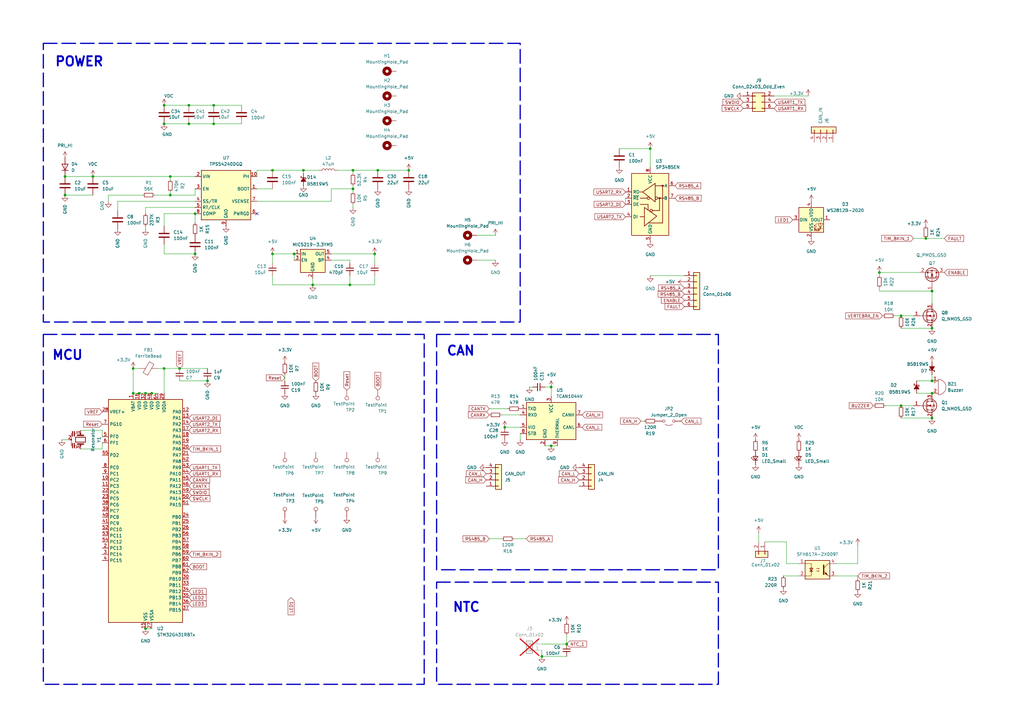
<source format=kicad_sch>
(kicad_sch (version 20250114) (generator "eeschema") (generator_version "9.0")
  (paper "A3")
  (title_block (company "TiManh"))
  (rectangle (start 179.07 238.76) (end 294.64 280.67) (stroke (width 0.508) (type dash)))
  (rectangle (start 179.07 137.16) (end 294.64 233.68) (stroke (width 0.508) (type dash)))
  (rectangle (start 17.78 137.16) (end 173.99 280.67) (stroke (width 0.508) (type dash)))
  (rectangle (start 17.78 17.78) (end 213.36 132.08) (stroke (width 0.508) (type dash)))
  (text "CAN" (at 188.976 144.018 0) (effects (font (size 3.81 3.81) (bold yes))))
  (text "MCU" (at 27.686 145.796 0) (effects (font (size 3.81 3.81) (bold yes))))
  (text "POWER\n" (at 32.512 25.4 0) (effects (font (size 3.81 3.81) (bold yes))))
  (text "NTC" (at 191.262 249.174 0) (effects (font (size 3.81 3.81) (bold yes))))
  (junction (at 67.31 50.8))
  (junction (at 124.46 69.85))
  (junction (at 57.15 161.29))
  (junction (at 26.67 80.01))
  (junction (at 85.09 156.21))
  (junction (at 87.63 43.18))
  (junction (at 222.25 269.24))
  (junction (at 69.85 72.39))
  (junction (at 369.57 129.54))
  (junction (at 143.51 116.84))
  (junction (at 382.27 161.29))
  (junction (at 382.27 119.38))
  (junction (at 67.31 43.18))
  (junction (at 77.47 43.18))
  (junction (at 59.69 161.29))
  (junction (at 120.65 104.14))
  (junction (at 207.01 175.26))
  (junction (at 77.47 50.8))
  (junction (at 379.73 97.79))
  (junction (at 382.27 156.21))
  (junction (at 60.96 308.61))
  (junction (at 69.85 80.01))
  (junction (at 73.66 151.13))
  (junction (at 144.78 77.47))
  (junction (at 38.1 72.39))
  (junction (at 360.68 111.76))
  (junction (at 111.76 69.85))
  (junction (at 71.12 303.53))
  (junction (at 26.67 72.39))
  (junction (at 59.69 257.81))
  (junction (at 50.8 303.53))
  (junction (at 128.27 116.84))
  (junction (at 111.76 104.14))
  (junction (at 40.64 308.61))
  (junction (at 71.12 308.61))
  (junction (at 226.06 182.88))
  (junction (at 80.01 87.63))
  (junction (at 54.61 151.13))
  (junction (at 226.06 158.75))
  (junction (at 154.94 69.85))
  (junction (at 144.78 69.85))
  (junction (at 382.27 134.62))
  (junction (at 382.27 171.45))
  (junction (at 50.8 308.61))
  (junction (at 62.23 161.29))
  (junction (at 369.57 166.37))
  (junction (at 266.7 60.96))
  (junction (at 232.41 264.16))
  (junction (at 60.96 303.53))
  (junction (at 40.64 303.53))
  (junction (at 87.63 50.8))
  (junction (at 153.67 104.14))
  (junction (at 80.01 104.14))
  (junction (at 54.61 161.29))
  (junction (at 67.31 151.13))
  (junction (at 167.64 69.85))
  (no_connect (at 105.41 87.63))
  (wire (pts (xy 144.78 69.85) (xy 154.94 69.85)))
  (wire (pts (xy 317.5 39.37) (xy 331.47 39.37)))
  (wire (pts (xy 351.79 236.22) (xy 351.79 237.49)))
  (wire (pts (xy 360.68 111.76) (xy 360.68 113.03)))
  (wire (pts (xy 111.76 116.84) (xy 128.27 116.84)))
  (wire (pts (xy 59.69 161.29) (xy 62.23 161.29)))
  (wire (pts (xy 67.31 104.14) (xy 80.01 104.14)))
  (wire (pts (xy 369.57 171.45) (xy 382.27 171.45)))
  (wire (pts (xy 367.03 129.54) (xy 369.57 129.54)))
  (wire (pts (xy 135.89 77.47) (xy 144.78 77.47)))
  (wire (pts (xy 266.7 60.96) (xy 266.7 68.58)))
  (wire (pts (xy 67.31 50.8) (xy 77.47 50.8)))
  (wire (pts (xy 226.06 158.75) (xy 226.06 162.56)))
  (wire (pts (xy 222.25 264.16) (xy 232.41 264.16)))
  (wire (pts (xy 69.85 80.01) (xy 80.01 80.01)))
  (wire (pts (xy 120.65 104.14) (xy 120.65 106.68)))
  (wire (pts (xy 26.67 80.01) (xy 38.1 80.01)))
  (wire (pts (xy 135.89 106.68) (xy 143.51 106.68)))
  (wire (pts (xy 44.45 82.55) (xy 44.45 80.01)))
  (wire (pts (xy 67.31 100.33) (xy 67.31 104.14)))
  (wire (pts (xy 59.69 92.71) (xy 59.69 93.98)))
  (wire (pts (xy 153.67 113.03) (xy 153.67 116.84)))
  (wire (pts (xy 87.63 50.8) (xy 99.06 50.8)))
  (wire (pts (xy 135.89 82.55) (xy 135.89 77.47)))
  (wire (pts (xy 111.76 69.85) (xy 124.46 69.85)))
  (wire (pts (xy 266.7 113.03) (xy 280.67 113.03)))
  (wire (pts (xy 111.76 107.95) (xy 111.76 104.14)))
  (wire (pts (xy 382.27 153.67) (xy 382.27 156.21)))
  (wire (pts (xy 374.65 97.79) (xy 379.73 97.79)))
  (wire (pts (xy 153.67 104.14) (xy 153.67 107.95)))
  (wire (pts (xy 44.45 80.01) (xy 58.42 80.01)))
  (wire (pts (xy 322.58 231.14) (xy 327.66 231.14)))
  (wire (pts (xy 375.92 161.29) (xy 382.27 161.29)))
  (wire (pts (xy 124.46 69.85) (xy 130.81 69.85)))
  (wire (pts (xy 48.26 86.36) (xy 48.26 82.55)))
  (wire (pts (xy 116.84 156.21) (xy 116.84 153.67)))
  (wire (pts (xy 379.73 97.79) (xy 387.35 97.79)))
  (wire (pts (xy 71.12 303.53) (xy 81.28 303.53)))
  (wire (pts (xy 322.58 222.25) (xy 313.69 222.25)))
  (wire (pts (xy 369.57 129.54) (xy 374.65 129.54)))
  (wire (pts (xy 67.31 43.18) (xy 77.47 43.18)))
  (wire (pts (xy 223.52 182.88) (xy 226.06 182.88)))
  (wire (pts (xy 351.79 223.52) (xy 351.79 231.14)))
  (wire (pts (xy 369.57 134.62) (xy 382.27 134.62)))
  (wire (pts (xy 226.06 182.88) (xy 228.6 182.88)))
  (wire (pts (xy 73.66 156.21) (xy 85.09 156.21)))
  (wire (pts (xy 111.76 104.14) (xy 120.65 104.14)))
  (wire (pts (xy 144.78 77.47) (xy 144.78 78.74)))
  (wire (pts (xy 210.82 220.98) (xy 215.9 220.98)))
  (wire (pts (xy 69.85 80.01) (xy 69.85 78.74)))
  (wire (pts (xy 203.2 96.52) (xy 195.58 96.52)))
  (wire (pts (xy 67.31 92.71) (xy 67.31 87.63)))
  (wire (pts (xy 154.94 69.85) (xy 167.64 69.85)))
  (wire (pts (xy 200.66 167.64) (xy 208.28 167.64)))
  (wire (pts (xy 360.68 118.11) (xy 360.68 119.38)))
  (wire (pts (xy 59.69 257.81) (xy 62.23 257.81)))
  (wire (pts (xy 71.12 308.61) (xy 81.28 308.61)))
  (wire (pts (xy 232.41 260.35) (xy 232.41 264.16)))
  (wire (pts (xy 143.51 116.84) (xy 153.67 116.84)))
  (wire (pts (xy 205.74 170.18) (xy 213.36 170.18)))
  (wire (pts (xy 207.01 175.26) (xy 213.36 175.26)))
  (wire (pts (xy 375.92 156.21) (xy 382.27 156.21)))
  (wire (pts (xy 50.8 308.61) (xy 60.96 308.61)))
  (wire (pts (xy 363.22 166.37) (xy 369.57 166.37)))
  (wire (pts (xy 62.23 161.29) (xy 64.77 161.29)))
  (wire (pts (xy 369.57 166.37) (xy 374.65 166.37)))
  (wire (pts (xy 50.8 303.53) (xy 60.96 303.53)))
  (wire (pts (xy 342.9 236.22) (xy 351.79 236.22)))
  (wire (pts (xy 213.36 180.34) (xy 213.36 177.8)))
  (wire (pts (xy 25.4 180.34) (xy 27.94 180.34)))
  (wire (pts (xy 80.01 85.09) (xy 59.69 85.09)))
  (wire (pts (xy 351.79 231.14) (xy 342.9 231.14)))
  (wire (pts (xy 67.31 151.13) (xy 73.66 151.13)))
  (wire (pts (xy 143.51 107.95) (xy 143.51 106.68)))
  (wire (pts (xy 40.64 308.61) (xy 50.8 308.61)))
  (wire (pts (xy 135.89 104.14) (xy 153.67 104.14)))
  (wire (pts (xy 264.16 172.72) (xy 262.89 172.72)))
  (wire (pts (xy 80.01 77.47) (xy 80.01 80.01)))
  (wire (pts (xy 60.96 303.53) (xy 71.12 303.53)))
  (wire (pts (xy 48.26 82.55) (xy 80.01 82.55)))
  (wire (pts (xy 41.91 179.07) (xy 41.91 176.53)))
  (wire (pts (xy 54.61 151.13) (xy 54.61 161.29)))
  (wire (pts (xy 54.61 161.29) (xy 57.15 161.29)))
  (wire (pts (xy 256.54 81.28) (xy 256.54 83.82)))
  (wire (pts (xy 41.91 181.61) (xy 41.91 184.15)))
  (wire (pts (xy 40.64 303.53) (xy 50.8 303.53)))
  (wire (pts (xy 33.02 184.15) (xy 41.91 184.15)))
  (wire (pts (xy 205.74 220.98) (xy 200.66 220.98)))
  (wire (pts (xy 311.15 222.25) (xy 311.15 218.44)))
  (wire (pts (xy 222.25 266.7) (xy 222.25 269.24)))
  (wire (pts (xy 105.41 69.85) (xy 111.76 69.85)))
  (wire (pts (xy 26.67 72.39) (xy 38.1 72.39)))
  (wire (pts (xy 223.52 158.75) (xy 226.06 158.75)))
  (wire (pts (xy 73.66 151.13) (xy 85.09 151.13)))
  (wire (pts (xy 232.41 269.24) (xy 222.25 269.24)))
  (wire (pts (xy 77.47 43.18) (xy 87.63 43.18)))
  (wire (pts (xy 69.85 73.66) (xy 69.85 72.39)))
  (wire (pts (xy 69.85 72.39) (xy 80.01 72.39)))
  (wire (pts (xy 54.61 151.13) (xy 57.15 151.13)))
  (wire (pts (xy 33.02 176.53) (xy 41.91 176.53)))
  (wire (pts (xy 203.2 106.68) (xy 195.58 106.68)))
  (wire (pts (xy 138.43 69.85) (xy 144.78 69.85)))
  (wire (pts (xy 60.96 308.61) (xy 71.12 308.61)))
  (wire (pts (xy 144.78 76.2) (xy 144.78 77.47)))
  (wire (pts (xy 321.31 236.22) (xy 327.66 236.22)))
  (wire (pts (xy 105.41 77.47) (xy 111.76 77.47)))
  (wire (pts (xy 59.69 85.09) (xy 59.69 87.63)))
  (wire (pts (xy 87.63 43.18) (xy 99.06 43.18)))
  (wire (pts (xy 254 60.96) (xy 266.7 60.96)))
  (wire (pts (xy 80.01 87.63) (xy 80.01 91.44)))
  (wire (pts (xy 128.27 114.3) (xy 128.27 116.84)))
  (wire (pts (xy 322.58 222.25) (xy 322.58 231.14)))
  (wire (pts (xy 67.31 151.13) (xy 67.31 161.29)))
  (wire (pts (xy 57.15 161.29) (xy 59.69 161.29)))
  (wire (pts (xy 64.77 151.13) (xy 67.31 151.13)))
  (wire (pts (xy 217.17 158.75) (xy 218.44 158.75)))
  (wire (pts (xy 128.27 116.84) (xy 143.51 116.84)))
  (wire (pts (xy 105.41 72.39) (xy 105.41 69.85)))
  (wire (pts (xy 360.68 119.38) (xy 382.27 119.38)))
  (wire (pts (xy 360.68 111.76) (xy 377.19 111.76)))
  (wire (pts (xy 38.1 72.39) (xy 69.85 72.39)))
  (wire (pts (xy 144.78 71.12) (xy 144.78 69.85)))
  (wire (pts (xy 124.46 71.12) (xy 124.46 69.85)))
  (wire (pts (xy 77.47 50.8) (xy 87.63 50.8)))
  (wire (pts (xy 382.27 119.38) (xy 382.27 124.46)))
  (wire (pts (xy 143.51 113.03) (xy 143.51 116.84)))
  (wire (pts (xy 105.41 82.55) (xy 135.89 82.55)))
  (wire (pts (xy 67.31 87.63) (xy 80.01 87.63)))
  (wire (pts (xy 111.76 113.03) (xy 111.76 116.84)))
  (wire (pts (xy 144.78 85.09) (xy 144.78 83.82)))
  (wire (pts (xy 63.5 80.01) (xy 69.85 80.01)))
  (global_label "USART2_DE" (shape input) (at 77.47 171.45 0) (property "Intersheetrefs" "${INTERSHEET_REFS}" (effects (hide yes))))
  (global_label "USART2_TX" (shape input) (at 77.47 173.99 0) (property "Intersheetrefs" "${INTERSHEET_REFS}" (effects (hide yes))))
  (global_label "RS485_B" (shape input) (at 200.66 220.98 180) (property "Intersheetrefs" "${INTERSHEET_REFS}" (effects (hide yes))))
  (global_label "SWCLK" (shape input) (at 77.47 204.47 0) (property "Intersheetrefs" "${INTERSHEET_REFS}" (effects (hide yes))))
  (global_label "CAN_L" (shape input) (at 238.76 175.26 0) (property "Intersheetrefs" "${INTERSHEET_REFS}" (effects (hide yes))))
  (global_label "Reset" (shape input) (at 41.91 173.99 180) (property "Intersheetrefs" "${INTERSHEET_REFS}" (effects (hide yes))))
  (global_label "USART1_RX" (shape input) (at 317.5 44.45 0) (property "Intersheetrefs" "${INTERSHEET_REFS}" (effects (hide yes))))
  (global_label "USART2_RX" (shape input) (at 256.54 78.74 180) (property "Intersheetrefs" "${INTERSHEET_REFS}" (effects (hide yes))))
  (global_label "CAN_H" (shape input) (at 238.76 170.18 0) (property "Intersheetrefs" "${INTERSHEET_REFS}" (effects (hide yes))))
  (global_label "SWDIO" (shape input) (at 77.47 201.93 0) (property "Intersheetrefs" "${INTERSHEET_REFS}" (effects (hide yes))))
  (global_label "VREF" (shape input) (at 41.91 168.91 180) (property "Intersheetrefs" "${INTERSHEET_REFS}" (effects (hide yes))))
  (global_label "USART1_TX" (shape input) (at 317.5 41.91 0) (property "Intersheetrefs" "${INTERSHEET_REFS}" (effects (hide yes))))
  (global_label "BOOT" (shape input) (at 129.54 156.21 90) (property "Intersheetrefs" "${INTERSHEET_REFS}" (effects (hide yes))))
  (global_label "VREF" (shape input) (at 73.66 151.13 90) (property "Intersheetrefs" "${INTERSHEET_REFS}" (effects (hide yes))))
  (global_label "LED1" (shape input) (at 119.38 245.11 270) (property "Intersheetrefs" "${INTERSHEET_REFS}" (effects (hide yes))))
  (global_label "BUZZER" (shape input) (at 358.14 166.37 180) (property "Intersheetrefs" "${INTERSHEET_REFS}" (effects (hide yes))))
  (global_label "USART1_RX" (shape input) (at 77.47 194.31 0) (property "Intersheetrefs" "${INTERSHEET_REFS}" (effects (hide yes))))
  (global_label "TIM_BKIN_1" (shape input) (at 374.65 97.79 180) (property "Intersheetrefs" "${INTERSHEET_REFS}" (effects (hide yes))))
  (global_label "FAULT" (shape input) (at 280.67 125.73 180) (property "Intersheetrefs" "${INTERSHEET_REFS}" (effects (hide yes))))
  (global_label "NTC_1" (shape input) (at 232.41 264.16 0) (property "Intersheetrefs" "${INTERSHEET_REFS}" (effects (hide yes))))
  (global_label "LED1" (shape input) (at 77.47 242.57 0) (property "Intersheetrefs" "${INTERSHEET_REFS}" (effects (hide yes))))
  (global_label "TIM_BKIN_2" (shape input) (at 77.47 227.33 0) (property "Intersheetrefs" "${INTERSHEET_REFS}" (effects (hide yes))))
  (global_label "CANRX" (shape input) (at 77.47 196.85 0) (property "Intersheetrefs" "${INTERSHEET_REFS}" (effects (hide yes))))
  (global_label "USART2_TX" (shape input) (at 256.54 88.9 180) (property "Intersheetrefs" "${INTERSHEET_REFS}" (effects (hide yes))))
  (global_label "RS485_B" (shape input) (at 276.86 81.28 0) (property "Intersheetrefs" "${INTERSHEET_REFS}" (effects (hide yes))))
  (global_label "BOOT" (shape input) (at 154.94 160.02 90) (property "Intersheetrefs" "${INTERSHEET_REFS}" (effects (hide yes))))
  (global_label "RS485_B" (shape input) (at 280.67 120.65 180) (property "Intersheetrefs" "${INTERSHEET_REFS}" (effects (hide yes))))
  (global_label "CAN_L" (shape input) (at 237.49 194.31 180) (property "Intersheetrefs" "${INTERSHEET_REFS}" (effects (hide yes))))
  (global_label "CAN_L" (shape input) (at 279.4 172.72 0) (property "Intersheetrefs" "${INTERSHEET_REFS}" (effects (hide yes))))
  (global_label "CAN_L" (shape input) (at 199.39 194.31 180) (property "Intersheetrefs" "${INTERSHEET_REFS}" (effects (hide yes))))
  (global_label "TIM_BKIN_1" (shape input) (at 77.47 184.15 0) (property "Intersheetrefs" "${INTERSHEET_REFS}" (effects (hide yes))))
  (global_label "LED1" (shape input) (at 325.12 90.17 180) (property "Intersheetrefs" "${INTERSHEET_REFS}" (effects (hide yes))))
  (global_label "CAN_H" (shape input) (at 262.89 172.72 180) (property "Intersheetrefs" "${INTERSHEET_REFS}" (effects (hide yes))))
  (global_label "Reset" (shape input) (at 142.24 160.02 90) (property "Intersheetrefs" "${INTERSHEET_REFS}" (effects (hide yes))))
  (global_label "VERTEBRA_EN" (shape input) (at 361.95 129.54 180) (property "Intersheetrefs" "${INTERSHEET_REFS}" (effects (hide yes))))
  (global_label "LED2" (shape input) (at 77.47 245.11 0) (property "Intersheetrefs" "${INTERSHEET_REFS}" (effects (hide yes))))
  (global_label "RS485_A" (shape input) (at 215.9 220.98 0) (property "Intersheetrefs" "${INTERSHEET_REFS}" (effects (hide yes))))
  (global_label "LED3" (shape input) (at 77.47 247.65 0) (property "Intersheetrefs" "${INTERSHEET_REFS}" (effects (hide yes))))
  (global_label "ENABLE" (shape input) (at 387.35 111.76 0) (property "Intersheetrefs" "${INTERSHEET_REFS}" (effects (hide yes))))
  (global_label "CANTX" (shape input) (at 200.66 167.64 180) (property "Intersheetrefs" "${INTERSHEET_REFS}" (effects (hide yes))))
  (global_label "ENABLE" (shape input) (at 280.67 123.19 180) (property "Intersheetrefs" "${INTERSHEET_REFS}" (effects (hide yes))))
  (global_label "USART2_DE" (shape input) (at 256.54 83.82 180) (property "Intersheetrefs" "${INTERSHEET_REFS}" (effects (hide yes))))
  (global_label "FAULT" (shape input) (at 387.35 97.79 0) (property "Intersheetrefs" "${INTERSHEET_REFS}" (effects (hide yes))))
  (global_label "RS485_A" (shape input) (at 280.67 118.11 180) (property "Intersheetrefs" "${INTERSHEET_REFS}" (effects (hide yes))))
  (global_label "RS485_A" (shape input) (at 276.86 76.2 0) (property "Intersheetrefs" "${INTERSHEET_REFS}" (effects (hide yes))))
  (global_label "SWDIO" (shape input) (at 304.8 41.91 180) (property "Intersheetrefs" "${INTERSHEET_REFS}" (effects (hide yes))))
  (global_label "CANRX" (shape input) (at 200.66 170.18 180) (property "Intersheetrefs" "${INTERSHEET_REFS}" (effects (hide yes))))
  (global_label "CAN_H" (shape input) (at 237.49 196.85 180) (property "Intersheetrefs" "${INTERSHEET_REFS}" (effects (hide yes))))
  (global_label "BOOT" (shape input) (at 77.47 232.41 0) (property "Intersheetrefs" "${INTERSHEET_REFS}" (effects (hide yes))))
  (global_label "USART2_RX" (shape input) (at 77.47 176.53 0) (property "Intersheetrefs" "${INTERSHEET_REFS}" (effects (hide yes))))
  (global_label "Reset" (shape input) (at 116.84 154.94 180) (property "Intersheetrefs" "${INTERSHEET_REFS}" (effects (hide yes))))
  (global_label "CANTX" (shape input) (at 77.47 199.39 0) (property "Intersheetrefs" "${INTERSHEET_REFS}" (effects (hide yes))))
  (global_label "TIM_BKIN_2" (shape input) (at 351.79 236.22 0) (property "Intersheetrefs" "${INTERSHEET_REFS}" (effects (hide yes))))
  (global_label "USART1_TX" (shape input) (at 77.47 191.77 0) (property "Intersheetrefs" "${INTERSHEET_REFS}" (effects (hide yes))))
  (global_label "CAN_H" (shape input) (at 199.39 196.85 180) (property "Intersheetrefs" "${INTERSHEET_REFS}" (effects (hide yes))))
  (global_label "SWCLK" (shape input) (at 304.8 44.45 180) (property "Intersheetrefs" "${INTERSHEET_REFS}" (effects (hide yes))))
  (symbol (lib_id "power:+5V") (at 266.7 60.96 0) (unit 1)
    (property "Reference" "#PWR033" (effects (hide yes)))
    (property "Value" "+5V" (at 266.7 55.88 0))
    (property "Description" "Power symbol creates a global label with name \"+5V\"" (effects (hide yes)))
  )
  (symbol (lib_id "power:GND") (at 199.39 191.77 270) (unit 1)
    (property "Reference" "#PWR05" (effects (hide yes)))
    (property "Value" "GND" (at 195.58 191.7699 90) (effects (justify right)))
    (property "Description" "Power symbol creates a global label with name \"GND\" , ground" (effects (hide yes)))
  )
  (symbol (lib_id "Device:C_Small") (at 60.96 306.07 0) (mirror y) (unit 1)
    (property "Reference" "C24" (at 58.42 304.8062 0) (effects (justify left)))
    (property "Value" "100nF" (at 58.42 307.3462 0) (effects (justify left)))
    (property "Footprint" "Capacitor_SMD:C_0603_1608Metric" (effects (hide yes)))
    (property "Description" "Unpolarized capacitor, small symbol" (effects (hide yes)))
  )
  (symbol (lib_id "power:+5V") (at 382.27 148.59 0) (unit 1)
    (property "Reference" "#PWR038" (effects (hide yes)))
    (property "Value" "+5V" (at 382.27 143.51 0))
    (property "Description" "Power symbol creates a global label with name \"+5V\"" (effects (hide yes)))
  )
  (symbol (lib_id "Device:R_Small") (at 144.78 81.28 0) (mirror x) (unit 1)
    (property "Reference" "R5" (at 149.86 81.28 90))
    (property "Value" "10K" (at 147.32 81.28 90))
    (property "Footprint" "Resistor_SMD:R_0603_1608Metric" (effects (hide yes)))
    (property "Description" "Resistor, small symbol" (effects (hide yes)))
  )
  (symbol (lib_id "Device:FerriteBead") (at 60.96 151.13 90) (unit 1)
    (property "Reference" "FB1" (at 60.9092 143.51 90))
    (property "Value" "FerriteBead" (at 60.9092 146.05 90))
    (property "Footprint" "Inductor_SMD:L_0603_1608Metric" (effects (hide yes)))
    (property "Description" "Ferrite bead" (effects (hide yes)))
  )
  (symbol (lib_id "Interface_UART:SP3485EN") (at 266.7 83.82 0) (unit 1)
    (property "Reference" "U3" (at 268.8433 66.04 0) (effects (justify left)))
    (property "Value" "SP3485EN" (at 268.8433 68.58 0) (effects (justify left)))
    (property "Footprint" "Package_SO:SOIC-8_3.9x4.9mm_P1.27mm" (effects (hide yes)))
    (property "Datasheet" "http://www.icbase.com/pdf/SPX/SPX00480106.pdf" (effects (hide yes)))
    (property "Description" "Industrial 3.3V Low Power Half-Duplex RS-485 Transceiver 10Mbps, SOIC-8" (effects (hide yes)))
  )
  (symbol (lib_id "Connector_Generic:Conn_01x02") (at 217.17 266.7 180) (unit 1) (in_bom no) (dnp yes)
    (property "Reference" "J3" (at 217.17 257.81 0))
    (property "Value" "Conn_01x02" (at 217.17 260.35 0))
    (property "Footprint" "Connector_PinHeader_2.54mm:PinHeader_1x02_P2.54mm_Vertical" (effects (hide yes)))
    (property "Description" "Generic connector, single row, 01x02, script generated (kicad-library-utils/schlib/autogen/connector/)" (effects (hide yes)))
  )
  (symbol (lib_id "power:GND") (at 67.31 50.8 0) (unit 1)
    (property "Reference" "#PWR081" (effects (hide yes)))
    (property "Value" "GND" (at 70.612 55.118 0) (effects (justify right)))
    (property "Description" "Power symbol creates a global label with name \"GND\" , ground" (effects (hide yes)))
  )
  (symbol (lib_id "power:GND") (at 207.01 180.34 0) (unit 1)
    (property "Reference" "#PWR056" (effects (hide yes)))
    (property "Value" "GND" (at 207.01 185.42 0))
    (property "Description" "Power symbol creates a global label with name \"GND\" , ground" (effects (hide yes)))
  )
  (symbol (lib_id "power:+5V") (at 280.67 115.57 90) (unit 1)
    (property "Reference" "#PWR030" (effects (hide yes)))
    (property "Value" "+5V" (at 276.86 115.5699 90) (effects (justify left)))
    (property "Description" "Power symbol creates a global label with name \"+5V\"" (effects (hide yes)))
  )
  (symbol (lib_id "Transistor_FET:Q_NMOS_GSD") (at 379.73 129.54 0) (unit 1)
    (property "Reference" "Q8" (at 386.08 128.2699 0) (effects (justify left)))
    (property "Value" "Q_NMOS_GSD" (at 386.08 130.8099 0) (effects (justify left)))
    (property "Footprint" "Package_TO_SOT_SMD:SOT-23" (effects (hide yes)))
    (property "Description" "N-MOSFET transistor, gate/source/drain" (effects (hide yes)))
  )
  (symbol (lib_id "Device:R_Small") (at 69.85 76.2 0) (mirror x) (unit 1)
    (property "Reference" "R2" (at 74.93 76.2 90))
    (property "Value" "470K" (at 72.39 76.2 90))
    (property "Footprint" "Resistor_SMD:R_0603_1608Metric" (effects (hide yes)))
    (property "Description" "Resistor, small symbol" (effects (hide yes)))
  )
  (symbol (lib_id "Mechanical:MountingHole_Pad") (at 160.02 59.69 90) (unit 1) (in_bom no)
    (property "Reference" "H4" (at 158.75 53.34 90))
    (property "Value" "MountingHole_Pad" (at 158.75 55.88 90))
    (property "Footprint" "MountingHole:MountingHole_3.2mm_M3_Pad_Via" (effects (hide yes)))
    (property "Description" "Mounting Hole with connection" (effects (hide yes)))
  )
  (symbol (lib_id "power:GND") (at 25.4 180.34 0) (unit 1)
    (property "Reference" "#PWR07" (effects (hide yes)))
    (property "Value" "GND" (at 25.4001 184.15 90) (effects (justify right)))
    (property "Description" "Power symbol creates a global label with name \"GND\" , ground" (effects (hide yes)))
  )
  (symbol (lib_id "Device:R_Small") (at 327.66 182.88 0) (unit 1)
    (property "Reference" "R25" (at 330.2 181.6099 0) (effects (justify left)))
    (property "Value" "1K" (at 330.2 184.1499 0) (effects (justify left)))
    (property "Footprint" "Resistor_SMD:R_0603_1608Metric" (effects (hide yes)))
    (property "Description" "Resistor, small symbol" (effects (hide yes)))
  )
  (symbol (lib_id "LED:WS2812B-2020") (at 332.74 90.17 0) (unit 1)
    (property "Reference" "D3" (at 346.71 83.7498 0))
    (property "Value" "WS2812B-2020" (at 346.71 86.2898 0))
    (property "Footprint" "LED_SMD:LED_WS2812B-2020_PLCC4_2.0x2.0mm" (effects (hide yes)))
    (property "Datasheet" "https://cdn-shop.adafruit.com/product-files/4684/4684_WS2812B-2020_V1.3_EN.pdf" (effects (hide yes)))
    (property "Description" "RGB LED with integrated controller, 2.0 x 2.0 mm, 12 mA" (effects (hide yes)))
  )
  (symbol (lib_id "power:GND") (at 80.01 104.14 0) (unit 1)
    (property "Reference" "#PWR015" (effects (hide yes)))
    (property "Value" "GND" (at 80.0101 107.95 90) (effects (justify right)))
    (property "Description" "Power symbol creates a global label with name \"GND\" , ground" (effects (hide yes)))
  )
  (symbol (lib_id "power:GND") (at 142.24 212.09 0) (unit 1)
    (property "Reference" "#PWR064" (effects (hide yes)))
    (property "Value" "GND" (at 142.24 217.424 0))
    (property "Description" "Power symbol creates a global label with name \"GND\" , ground" (effects (hide yes)))
  )
  (symbol (lib_id "power:+3.3V") (at 379.73 92.71 0) (unit 1)
    (property "Reference" "#PWR045" (effects (hide yes)))
    (property "Value" "+3.3V" (at 374.904 91.694 0))
    (property "Description" "Power symbol creates a global label with name \"+3.3V\"" (effects (hide yes)))
  )
  (symbol (lib_id "power:GND") (at 44.45 82.55 0) (unit 1)
    (property "Reference" "#PWR08" (effects (hide yes)))
    (property "Value" "GND" (at 41.91 82.296 90) (effects (justify right)))
    (property "Description" "Power symbol creates a global label with name \"GND\" , ground" (effects (hide yes)))
  )
  (symbol (lib_id "Device:R_Small") (at 369.57 168.91 0) (mirror x) (unit 1)
    (property "Reference" "R17" (at 374.65 168.91 90))
    (property "Value" "10K" (at 372.11 168.91 90))
    (property "Footprint" "Resistor_SMD:R_0603_1608Metric" (effects (hide yes)))
    (property "Description" "Resistor, small symbol" (effects (hide yes)))
  )
  (symbol (lib_id "Device:R_Small") (at 208.28 220.98 270) (unit 1)
    (property "Reference" "R16" (at 208.28 226.06 90))
    (property "Value" "120R" (at 208.28 223.52 90))
    (property "Footprint" "Resistor_SMD:R_0603_1608Metric" (effects (hide yes)))
    (property "Description" "Resistor, small symbol" (effects (hide yes)))
  )
  (symbol (lib_id "Regulator_Linear:MIC5219-3.3YM5") (at 128.27 106.68 0) (unit 1)
    (property "Reference" "U4" (at 128.27 97.79 0))
    (property "Value" "MIC5219-3.3YM5" (at 128.27 100.33 0))
    (property "Footprint" "Package_TO_SOT_SMD:SOT-23-5" (effects (hide yes)))
    (property "Datasheet" "http://ww1.microchip.com/downloads/en/DeviceDoc/MIC5219-500mA-Peak-Output-LDO-Regulator-DS20006021A.pdf" (effects (hide yes)))
    (property "Description" "500mA low dropout linear regulator, fixed 3.3V output, SOT-23-5" (effects (hide yes)))
  )
  (symbol (lib_id "power:GND") (at 266.7 99.06 0) (unit 1)
    (property "Reference" "#PWR035" (effects (hide yes)))
    (property "Value" "GND" (at 266.7 104.394 0))
    (property "Description" "Power symbol creates a global label with name \"GND\" , ground" (effects (hide yes)))
  )
  (symbol (lib_id "power:GND") (at 217.17 158.75 0) (unit 1)
    (property "Reference" "#PWR061" (effects (hide yes)))
    (property "Value" "GND" (at 217.17 163.83 0))
    (property "Description" "Power symbol creates a global label with name \"GND\" , ground" (effects (hide yes)))
  )
  (symbol (lib_id "Device:C") (at 67.31 96.52 180) (unit 1)
    (property "Reference" "C14" (at 71.12 95.2499 0) (effects (justify right)))
    (property "Value" "100nF" (at 71.12 97.7899 0) (effects (justify right)))
    (property "Footprint" "Capacitor_SMD:C_0603_1608Metric" (effects (hide yes)))
    (property "Description" "Unpolarized capacitor" (effects (hide yes)))
  )
  (symbol (lib_id "Device:C") (at 254 64.77 180) (unit 1)
    (property "Reference" "C1" (at 257.81 63.4999 0) (effects (justify right)))
    (property "Value" "100nF" (at 257.81 66.0399 0) (effects (justify right)))
    (property "Footprint" "Capacitor_SMD:C_0603_1608Metric" (effects (hide yes)))
    (property "Description" "Unpolarized capacitor" (effects (hide yes)))
  )
  (symbol (lib_id "Device:C") (at 38.1 76.2 180) (unit 1)
    (property "Reference" "C5" (at 41.91 74.9299 0) (effects (justify right)))
    (property "Value" "10uF" (at 41.91 77.4699 0) (effects (justify right)))
    (property "Footprint" "Capacitor_SMD:C_1206_3216Metric" (effects (hide yes)))
    (property "Description" "Unpolarized capacitor" (effects (hide yes)))
  )
  (symbol (lib_id "Device:R_Small") (at 116.84 151.13 0) (mirror x) (unit 1)
    (property "Reference" "R7" (at 121.92 151.13 90))
    (property "Value" "10K" (at 119.38 151.13 90))
    (property "Footprint" "Resistor_SMD:R_0603_1608Metric" (effects (hide yes)))
    (property "Description" "Resistor, small symbol" (effects (hide yes)))
  )
  (symbol (lib_id "Device:R_Small") (at 59.69 90.17 0) (mirror x) (unit 1)
    (property "Reference" "R3" (at 64.77 90.17 90))
    (property "Value" "237K" (at 62.23 90.17 90))
    (property "Footprint" "Resistor_SMD:R_0603_1608Metric" (effects (hide yes)))
    (property "Description" "Resistor, small symbol" (effects (hide yes)))
  )
  (symbol (lib_id "power:GND") (at 92.71 92.71 0) (unit 1)
    (property "Reference" "#PWR013" (effects (hide yes)))
    (property "Value" "GND" (at 92.7101 96.52 90) (effects (justify right)))
    (property "Description" "Power symbol creates a global label with name \"GND\" , ground" (effects (hide yes)))
  )
  (symbol (lib_id "power:GND") (at 327.66 190.5 0) (unit 1)
    (property "Reference" "#PWR047" (effects (hide yes)))
    (property "Value" "GND" (at 327.66 195.58 0))
    (property "Description" "Power symbol creates a global label with name \"GND\" , ground" (effects (hide yes)))
  )
  (symbol (lib_id "Device:C") (at 111.76 73.66 180) (unit 1)
    (property "Reference" "C15" (at 115.57 72.3899 0) (effects (justify right)))
    (property "Value" "100nF" (at 115.57 74.9299 0) (effects (justify right)))
    (property "Footprint" "Capacitor_SMD:C_0603_1608Metric" (effects (hide yes)))
    (property "Description" "Unpolarized capacitor" (effects (hide yes)))
  )
  (symbol (lib_id "Device:C_Small") (at 85.09 153.67 0) (mirror x) (unit 1)
    (property "Reference" "C9" (at 87.63 154.9338 0) (effects (justify left)))
    (property "Value" "1uF" (at 87.63 152.3938 0) (effects (justify left)))
    (property "Footprint" "Capacitor_SMD:C_0603_1608Metric" (effects (hide yes)))
    (property "Description" "Unpolarized capacitor, small symbol" (effects (hide yes)))
  )
  (symbol (lib_id "power:GND") (at 332.74 97.79 0) (unit 1)
    (property "Reference" "#PWR050" (effects (hide yes)))
    (property "Value" "GND" (at 332.74 103.124 0))
    (property "Description" "Power symbol creates a global label with name \"GND\" , ground" (effects (hide yes)))
  )
  (symbol (lib_id "power:GND") (at 129.54 161.29 0) (unit 1)
    (property "Reference" "#PWR026" (effects (hide yes)))
    (property "Value" "GND" (at 129.54 166.37 0))
    (property "Description" "Power symbol creates a global label with name \"GND\" , ground" (effects (hide yes)))
  )
  (symbol (lib_id "Device:C") (at 99.06 46.99 180) (unit 1)
    (property "Reference" "C4" (at 102.87 45.7199 0) (effects (justify right)))
    (property "Value" "100nF" (at 102.87 48.2599 0) (effects (justify right)))
    (property "Footprint" "Capacitor_SMD:C_0603_1608Metric" (effects (hide yes)))
    (property "Description" "Unpolarized capacitor" (effects (hide yes)))
  )
  (symbol (lib_id "Device:R_Small") (at 60.96 80.01 270) (mirror x) (unit 1)
    (property "Reference" "R1" (at 60.96 74.93 90))
    (property "Value" "56K" (at 60.96 77.47 90))
    (property "Footprint" "Resistor_SMD:R_0603_1608Metric" (effects (hide yes)))
    (property "Description" "Resistor, small symbol" (effects (hide yes)))
  )
  (symbol (lib_id "Connector:TestPoint") (at 142.24 212.09 0) (unit 1) (in_bom no)
    (property "Reference" "TP4" (at 145.542 205.486 0) (effects (justify right)))
    (property "Value" "TestPoint" (at 145.542 202.946 0) (effects (justify right)))
    (property "Footprint" "TestPoint:TestPoint_Pad_D1.0mm" (effects (hide yes)))
    (property "Description" "test point" (effects (hide yes)))
  )
  (symbol (lib_id "Device:C_Small") (at 116.84 158.75 0) (mirror x) (unit 1)
    (property "Reference" "C19" (at 119.38 160.0138 0) (effects (justify left)))
    (property "Value" "100nF" (at 119.38 157.4738 0) (effects (justify left)))
    (property "Footprint" "Capacitor_SMD:C_0603_1608Metric" (effects (hide yes)))
    (property "Description" "Unpolarized capacitor, small symbol" (effects (hide yes)))
  )
  (symbol (lib_id "Device:R_Small") (at 369.57 132.08 0) (mirror x) (unit 1)
    (property "Reference" "R26" (at 374.65 132.08 90))
    (property "Value" "10K" (at 372.11 132.08 90))
    (property "Footprint" "Resistor_SMD:R_0603_1608Metric" (effects (hide yes)))
    (property "Description" "Resistor, small symbol" (effects (hide yes)))
  )
  (symbol (lib_id "power:+5V") (at 309.88 180.34 0) (unit 1)
    (property "Reference" "#PWR023" (effects (hide yes)))
    (property "Value" "+5V" (at 309.88 175.26 0))
    (property "Description" "Power symbol creates a global label with name \"+5V\"" (effects (hide yes)))
  )
  (symbol (lib_id "Device:R_Small") (at 309.88 182.88 0) (unit 1)
    (property "Reference" "R6" (at 312.42 181.6099 0) (effects (justify left)))
    (property "Value" "1K" (at 312.42 184.1499 0) (effects (justify left)))
    (property "Footprint" "Resistor_SMD:R_0603_1608Metric" (effects (hide yes)))
    (property "Description" "Resistor, small symbol" (effects (hide yes)))
  )
  (symbol (lib_id "Device:R_Small") (at 266.7 172.72 270) (unit 1)
    (property "Reference" "R19" (at 266.7 177.8 90))
    (property "Value" "120R" (at 266.7 175.26 90))
    (property "Footprint" "Resistor_SMD:R_0603_1608Metric" (effects (hide yes)))
    (property "Description" "Resistor, small symbol" (effects (hide yes)))
  )
  (symbol (lib_id "Device:C_Small") (at 81.28 306.07 0) (mirror y) (unit 1)
    (property "Reference" "C3" (at 78.74 304.8062 0) (effects (justify left)))
    (property "Value" "100nF" (at 78.74 307.3462 0) (effects (justify left)))
    (property "Footprint" "Capacitor_SMD:C_0603_1608Metric" (effects (hide yes)))
    (property "Description" "Unpolarized capacitor, small symbol" (effects (hide yes)))
  )
  (symbol (lib_id "Device:LED_Small") (at 309.88 187.96 90) (unit 1)
    (property "Reference" "D1" (at 312.42 186.6264 90) (effects (justify right)))
    (property "Value" "LED_Small" (at 312.42 189.1664 90) (effects (justify right)))
    (property "Footprint" "LED_SMD:LED_0603_1608Metric" (effects (hide yes)))
    (property "Description" "Light emitting diode, small symbol" (effects (hide yes)))
    (property "Sim.Pin" "1=K 2=A" (effects (hide yes)))
  )
  (symbol (lib_id "Mechanical:MountingHole_Pad") (at 160.02 49.53 90) (unit 1) (in_bom no)
    (property "Reference" "H3" (at 158.75 43.18 90))
    (property "Value" "MountingHole_Pad" (at 158.75 45.72 90))
    (property "Footprint" "MountingHole:MountingHole_3.2mm_M3_Pad_Via" (effects (hide yes)))
    (property "Description" "Mounting Hole with connection" (effects (hide yes)))
  )
  (symbol (lib_id "power:VDC") (at 38.1 72.39 0) (unit 1)
    (property "Reference" "#PWR043" (effects (hide yes)))
    (property "Value" "VDC" (at 38.1 67.31 0))
    (property "Description" "Power symbol creates a global label with name \"VDC\"" (effects (hide yes)))
  )
  (symbol (lib_id "Device:C") (at 26.67 76.2 180) (unit 1)
    (property "Reference" "C2" (at 30.48 74.9299 0) (effects (justify right)))
    (property "Value" "10uF" (at 30.48 77.4699 0) (effects (justify right)))
    (property "Footprint" "Capacitor_SMD:C_1206_3216Metric" (effects (hide yes)))
    (property "Description" "Unpolarized capacitor" (effects (hide yes)))
  )
  (symbol (lib_id "power:GND") (at 128.27 116.84 0) (unit 1)
    (property "Reference" "#PWR029" (effects (hide yes)))
    (property "Value" "GND" (at 128.27 121.92 0))
    (property "Description" "Power symbol creates a global label with name \"GND\" , ground" (effects (hide yes)))
  )
  (symbol (lib_id "power:GND") (at 222.25 269.24 0) (unit 1)
    (property "Reference" "#PWR082" (effects (hide yes)))
    (property "Value" "GND" (at 222.25 274.32 0))
    (property "Description" "Power symbol creates a global label with name \"GND\" , ground" (effects (hide yes)))
  )
  (symbol (lib_id "Device:C_Small") (at 40.64 306.07 0) (mirror y) (unit 1)
    (property "Reference" "C21" (at 38.1 304.8062 0) (effects (justify left)))
    (property "Value" "100nF" (at 38.1 307.3462 0) (effects (justify left)))
    (property "Footprint" "Capacitor_SMD:C_0603_1608Metric" (effects (hide yes)))
    (property "Description" "Unpolarized capacitor, small symbol" (effects (hide yes)))
  )
  (symbol (lib_id "Device:C_Small") (at 50.8 306.07 0) (mirror y) (unit 1)
    (property "Reference" "C23" (at 48.26 304.8062 0) (effects (justify left)))
    (property "Value" "100nF" (at 48.26 307.3462 0) (effects (justify left)))
    (property "Footprint" "Capacitor_SMD:C_0603_1608Metric" (effects (hide yes)))
    (property "Description" "Unpolarized capacitor, small symbol" (effects (hide yes)))
  )
  (symbol (lib_id "power:VDC") (at 67.31 43.18 0) (unit 1)
    (property "Reference" "#PWR060" (effects (hide yes)))
    (property "Value" "VDC" (at 67.3101 39.37 0) (effects (justify left)))
    (property "Description" "Power symbol creates a global label with name \"VDC\"" (effects (hide yes)))
  )
  (symbol (lib_id "power:GND") (at 48.26 93.98 0) (unit 1)
    (property "Reference" "#PWR010" (effects (hide yes)))
    (property "Value" "GND" (at 48.2601 97.79 90) (effects (justify right)))
    (property "Description" "Power symbol creates a global label with name \"GND\" , ground" (effects (hide yes)))
  )
  (symbol (lib_id "Connector:TestPoint") (at 142.24 160.02 180) (unit 1) (in_bom no)
    (property "Reference" "TP2" (at 145.542 168.148 0) (effects (justify left)))
    (property "Value" "TestPoint" (at 145.542 165.608 0) (effects (justify left)))
    (property "Footprint" "TestPoint:TestPoint_Pad_D1.0mm" (effects (hide yes)))
    (property "Description" "test point" (effects (hide yes)))
  )
  (symbol (lib_id "Isolator:SFH617A-2X009T") (at 335.28 233.68 0) (unit 1)
    (property "Reference" "U1" (at 335.28 224.79 0))
    (property "Value" "SFH617A-2X009T" (at 335.28 227.33 0))
    (property "Footprint" "Package_DIP:SMDIP-4_W9.53mm_Clearance8mm" (effects (hide yes)))
    (property "Datasheet" "http://www.vishay.com/docs/83740/sfh617a.pdf" (effects (hide yes)))
    (property "Description" "Optocoupler, Phototransistor Output, 5300 VRMS, VCEO 70V, CTR% 63-125, -55 to +110 degree Celsius, UL, BSI, FIMKO, SMD PDIP-4" (effects (hide yes)))
  )
  (symbol (lib_id "Device:D_Schottky_Small_Filled") (at 382.27 151.13 270) (mirror x) (unit 1)
    (property "Reference" "D7" (at 378.968 152.146 90))
    (property "Value" "B5819WS" (at 376.428 149.352 90))
    (property "Footprint" "Diode_SMD:D_0805_2012Metric" (effects (hide yes)))
    (property "Description" "Schottky diode, small symbol, filled shape" (effects (hide yes)))
  )
  (symbol (lib_id "Device:C_Small") (at 207.01 177.8 0) (mirror y) (unit 1)
    (property "Reference" "C28" (at 204.47 176.5362 0) (effects (justify left)))
    (property "Value" "100nF" (at 204.47 179.0762 0) (effects (justify left)))
    (property "Footprint" "Capacitor_SMD:C_0603_1608Metric" (effects (hide yes)))
    (property "Description" "Unpolarized capacitor, small symbol" (effects (hide yes)))
  )
  (symbol (lib_id "Device:C_Small") (at 153.67 110.49 0) (mirror y) (unit 1)
    (property "Reference" "C17" (at 151.13 109.2262 0) (effects (justify left)))
    (property "Value" "10uF" (at 151.13 111.7662 0) (effects (justify left)))
    (property "Footprint" "Capacitor_SMD:C_0603_1608Metric" (effects (hide yes)))
    (property "Description" "Unpolarized capacitor, small symbol" (effects (hide yes)))
  )
  (symbol (lib_id "Device:Buzzer") (at 384.81 158.75 0) (unit 1)
    (property "Reference" "BZ1" (at 388.62 157.4799 0) (effects (justify left)))
    (property "Value" "Buzzer" (at 388.62 160.0199 0) (effects (justify left)))
    (property "Footprint" "Buzzer_Beeper:MagneticBuzzer_CUI_CMT-8504-100-SMT" (effects (hide yes)))
    (property "Description" "Buzzer, polarized" (effects (hide yes)))
  )
  (symbol (lib_id "power:GND") (at 203.2 106.68 0) (unit 1)
    (property "Reference" "#PWR012" (effects (hide yes)))
    (property "Value" "GND" (at 203.2 111.76 0))
    (property "Description" "Power symbol creates a global label with name \"GND\" , ground" (effects (hide yes)))
  )
  (symbol (lib_id "power:GND") (at 116.84 161.29 0) (unit 1)
    (property "Reference" "#PWR067" (effects (hide yes)))
    (property "Value" "GND" (at 116.84 166.37 0))
    (property "Description" "Power symbol creates a global label with name \"GND\" , ground" (effects (hide yes)))
  )
  (symbol (lib_id "Device:R_Small") (at 210.82 167.64 90) (unit 1)
    (property "Reference" "R14" (at 210.82 162.56 90))
    (property "Value" "47R" (at 210.82 165.1 90))
    (property "Footprint" "Resistor_SMD:R_0603_1608Metric" (effects (hide yes)))
    (property "Description" "Resistor, small symbol" (effects (hide yes)))
  )
  (symbol (lib_id "power:GND") (at 309.88 190.5 0) (unit 1)
    (property "Reference" "#PWR070" (effects (hide yes)))
    (property "Value" "GND" (at 309.88 195.58 0))
    (property "Description" "Power symbol creates a global label with name \"GND\" , ground" (effects (hide yes)))
  )
  (symbol (lib_id "Device:D") (at 26.67 68.58 90) (unit 1)
    (property "Reference" "D4" (at 29.21 67.3099 90) (effects (justify right)))
    (property "Value" "D" (at 29.21 69.8499 90) (effects (justify right)))
    (property "Footprint" "Diode_SMD:D_SMA" (effects (hide yes)))
    (property "Description" "Diode" (effects (hide yes)))
    (property "Sim.Device" "D" (effects (hide yes)))
    (property "Sim.Pins" "1=K 2=A" (effects (hide yes)))
  )
  (symbol (lib_id "Device:R_Small") (at 360.68 115.57 0) (mirror x) (unit 1)
    (property "Reference" "R22" (at 365.76 115.57 90))
    (property "Value" "10K" (at 363.22 115.57 90))
    (property "Footprint" "Resistor_SMD:R_0603_1608Metric" (effects (hide yes)))
    (property "Description" "Resistor, small symbol" (effects (hide yes)))
  )
  (symbol (lib_id "power:GND") (at 254 68.58 0) (unit 1)
    (property "Reference" "#PWR028" (effects (hide yes)))
    (property "Value" "GND" (at 254 73.914 0))
    (property "Description" "Power symbol creates a global label with name \"GND\" , ground" (effects (hide yes)))
  )
  (symbol (lib_id "Device:Resonator") (at 33.02 180.34 270) (unit 1)
    (property "Reference" "Y1" (at 40.64 180.34 0))
    (property "Value" "Resonator" (at 38.1 180.34 0))
    (property "Footprint" "Crystal:Resonator_SMD_Murata_CSTxExxV-3Pin_3.0x1.1mm" (effects (hide yes)))
    (property "Description" "Three pin ceramic resonator" (effects (hide yes)))
  )
  (symbol (lib_id "power:+5V") (at 111.76 104.14 0) (unit 1)
    (property "Reference" "#PWR016" (effects (hide yes)))
    (property "Value" "+5V" (at 111.76 99.06 0))
    (property "Description" "Power symbol creates a global label with name \"+5V\"" (effects (hide yes)))
  )
  (symbol (lib_id "Device:C") (at 77.47 46.99 180) (unit 1)
    (property "Reference" "C41" (at 80.264 45.72 0) (effects (justify right)))
    (property "Value" "10uF" (at 79.248 48.006 0) (effects (justify right)))
    (property "Footprint" "Capacitor_SMD:C_1206_3216Metric" (effects (hide yes)))
    (property "Description" "Unpolarized capacitor" (effects (hide yes)))
  )
  (symbol (lib_id "Connector:TestPoint") (at 142.24 185.42 180) (unit 1) (in_bom no)
    (property "Reference" "TP8" (at 145.542 194.056 0) (effects (justify left)))
    (property "Value" "TestPoint" (at 145.542 191.516 0) (effects (justify left)))
    (property "Footprint" "TestPoint:TestPoint_Pad_D1.0mm" (effects (hide yes)))
    (property "Description" "test point" (effects (hide yes)))
  )
  (symbol (lib_id "Device:C_Small") (at 220.98 158.75 270) (mirror x) (unit 1)
    (property "Reference" "C31" (at 222.2438 156.21 0) (effects (justify left)))
    (property "Value" "100nF" (at 219.7038 156.21 0) (effects (justify left)))
    (property "Footprint" "Capacitor_SMD:C_0603_1608Metric" (effects (hide yes)))
    (property "Description" "Unpolarized capacitor, small symbol" (effects (hide yes)))
  )
  (symbol (lib_id "power:+5V") (at 129.54 212.09 180) (unit 1)
    (property "Reference" "#PWR034" (effects (hide yes)))
    (property "Value" "+5V" (at 129.54 217.424 0))
    (property "Description" "Power symbol creates a global label with name \"+5V\"" (effects (hide yes)))
  )
  (symbol (lib_id "power:GND") (at 266.7 113.03 0) (unit 1)
    (property "Reference" "#PWR024" (effects (hide yes)))
    (property "Value" "GND" (at 266.7 118.364 0))
    (property "Description" "Power symbol creates a global label with name \"GND\" , ground" (effects (hide yes)))
  )
  (symbol (lib_id "power:VDC") (at 327.66 180.34 0) (unit 1)
    (property "Reference" "#PWR048" (effects (hide yes)))
    (property "Value" "VDC" (at 327.66 175.26 0))
    (property "Description" "Power symbol creates a global label with name \"VDC\"" (effects (hide yes)))
  )
  (symbol (lib_id "Connector:TestPoint") (at 129.54 185.42 180) (unit 1) (in_bom no)
    (property "Reference" "TP7" (at 132.842 194.056 0) (effects (justify left)))
    (property "Value" "TestPoint" (at 132.842 191.516 0) (effects (justify left)))
    (property "Footprint" "TestPoint:TestPoint_Pad_D1.0mm" (effects (hide yes)))
    (property "Description" "test point" (effects (hide yes)))
  )
  (symbol (lib_id "Device:C") (at 80.01 100.33 180) (unit 1)
    (property "Reference" "C11" (at 83.82 99.0599 0) (effects (justify right)))
    (property "Value" "100nF" (at 83.82 101.5999 0) (effects (justify right)))
    (property "Footprint" "Capacitor_SMD:C_0603_1608Metric" (effects (hide yes)))
    (property "Description" "Unpolarized capacitor" (effects (hide yes)))
  )
  (symbol (lib_id "power:GND") (at 59.69 93.98 0) (unit 1)
    (property "Reference" "#PWR014" (effects (hide yes)))
    (property "Value" "GND" (at 59.6901 97.79 90) (effects (justify right)))
    (property "Description" "Power symbol creates a global label with name \"GND\" , ground" (effects (hide yes)))
  )
  (symbol (lib_id "power:GND") (at 351.79 242.57 0) (unit 1)
    (property "Reference" "#PWR040" (effects (hide yes)))
    (property "Value" "GND" (at 351.79 247.65 0))
    (property "Description" "Power symbol creates a global label with name \"GND\" , ground" (effects (hide yes)))
  )
  (symbol (lib_id "MCU_ST_STM32G4:STM32G431RBTx") (at 59.69 209.55 0) (unit 1)
    (property "Reference" "U2" (at 64.3733 257.81 0) (effects (justify left)))
    (property "Value" "STM32G431RBTx" (at 64.3733 260.35 0) (effects (justify left)))
    (property "Footprint" "Package_QFP:LQFP-64_10x10mm_P0.5mm" (effects (hide yes)))
    (property "Datasheet" "https://www.st.com/resource/en/datasheet/stm32g431rb.pdf" (effects (hide yes)))
    (property "Description" "STMicroelectronics Arm Cortex-M4 MCU, 128KB flash, 32KB RAM, 170 MHz, 1.71-3.6V, 52 GPIO, LQFP64" (effects (hide yes)))
  )
  (symbol (lib_id "power:PRI_HI") (at 26.67 64.77 0) (unit 1)
    (property "Reference" "#PWR03" (effects (hide yes)))
    (property "Value" "PRI_HI" (at 26.67 59.69 0))
    (property "Description" "Power symbol creates a global label with name \"PRI_HI\"" (effects (hide yes)))
  )
  (symbol (lib_id "Connector_Generic:Conn_01x04") (at 339.09 53.34 270) (mirror x) (unit 1)
    (property "Reference" "J6" (at 339.0901 50.8 0) (effects (justify left)))
    (property "Value" "CAN_IN" (at 336.5501 50.8 0) (effects (justify left)))
    (property "Footprint" "Connector_JST:JST_GH_SM04B-GHS-TB_1x04-1MP_P1.25mm_Horizontal" (effects (hide yes)))
    (property "Description" "Generic connector, single row, 01x04, script generated (kicad-library-utils/schlib/autogen/connector/)" (effects (hide yes)))
  )
  (symbol (lib_id "Device:R_Small") (at 80.01 93.98 0) (mirror x) (unit 1)
    (property "Reference" "R15" (at 85.09 93.98 90))
    (property "Value" "1K" (at 82.55 93.98 90))
    (property "Footprint" "Resistor_SMD:R_0603_1608Metric" (effects (hide yes)))
    (property "Description" "Resistor, small symbol" (effects (hide yes)))
  )
  (symbol (lib_id "Device:R_Small") (at 360.68 166.37 270) (mirror x) (unit 1)
    (property "Reference" "R20" (at 360.68 161.29 90))
    (property "Value" "10K" (at 360.68 163.83 90))
    (property "Footprint" "Resistor_SMD:R_0603_1608Metric" (effects (hide yes)))
    (property "Description" "Resistor, small symbol" (effects (hide yes)))
  )
  (symbol (lib_id "Device:R_Small") (at 203.2 170.18 90) (unit 1)
    (property "Reference" "R13" (at 203.2 162.56 90))
    (property "Value" "47R" (at 203.2 165.1 90))
    (property "Footprint" "Resistor_SMD:R_0603_1608Metric" (effects (hide yes)))
    (property "Description" "Resistor, small symbol" (effects (hide yes)))
  )
  (symbol (lib_id "Device:R_Small") (at 364.49 129.54 270) (mirror x) (unit 1)
    (property "Reference" "R18" (at 364.49 124.46 90))
    (property "Value" "10K" (at 364.49 127 90))
    (property "Footprint" "Resistor_SMD:R_0603_1608Metric" (effects (hide yes)))
    (property "Description" "Resistor, small symbol" (effects (hide yes)))
  )
  (symbol (lib_id "Connector_Generic:Conn_02x03_Odd_Even") (at 309.88 41.91 0) (unit 1)
    (property "Reference" "J9" (at 311.15 33.02 0))
    (property "Value" "Conn_02x03_Odd_Even" (at 311.15 35.56 0))
    (property "Footprint" "Connector_PinHeader_2.54mm:PinHeader_2x03_P2.54mm_Vertical" (effects (hide yes)))
    (property "Description" "Generic connector, double row, 02x03, odd/even pin numbering scheme (row 1 odd numbers, row 2 even numbers), script generated (kicad-library-utils/schlib/autogen/connector/)" (effects (hide yes)))
  )
  (symbol (lib_id "Device:C") (at 48.26 90.17 180) (unit 1)
    (property "Reference" "C8" (at 52.07 88.8999 0) (effects (justify right)))
    (property "Value" "100nF" (at 52.07 91.4399 0) (effects (justify right)))
    (property "Footprint" "Capacitor_SMD:C_0603_1608Metric" (effects (hide yes)))
    (property "Description" "Unpolarized capacitor" (effects (hide yes)))
  )
  (symbol (lib_id "power:+5V") (at 311.15 218.44 0) (unit 1)
    (property "Reference" "#PWR09" (effects (hide yes)))
    (property "Value" "+5V" (at 311.15 213.36 0))
    (property "Description" "Power symbol creates a global label with name \"+5V\"" (effects (hide yes)))
  )
  (symbol (lib_id "power:+5V") (at 226.06 158.75 0) (unit 1)
    (property "Reference" "#PWR063" (effects (hide yes)))
    (property "Value" "+5V" (at 226.06 153.67 0))
    (property "Description" "Power symbol creates a global label with name \"+5V\"" (effects (hide yes)))
  )
  (symbol (lib_id "Device:C_Small") (at 232.41 266.7 0) (mirror y) (unit 1)
    (property "Reference" "C6" (at 229.87 265.4362 0) (effects (justify left)))
    (property "Value" "100nF" (at 229.87 267.9762 0) (effects (justify left)))
    (property "Footprint" "Capacitor_SMD:C_0603_1608Metric" (effects (hide yes)))
    (property "Description" "Unpolarized capacitor, small symbol" (effects (hide yes)))
  )
  (symbol (lib_id "power:GND") (at 40.64 308.61 0) (unit 1)
    (property "Reference" "#PWR019" (effects (hide yes)))
    (property "Value" "GND" (at 40.64 313.69 0))
    (property "Description" "Power symbol creates a global label with name \"GND\" , ground" (effects (hide yes)))
  )
  (symbol (lib_id "Device:C_Small") (at 71.12 306.07 0) (mirror y) (unit 1)
    (property "Reference" "C26" (at 68.58 304.8062 0) (effects (justify left)))
    (property "Value" "100nF" (at 68.58 307.3462 0) (effects (justify left)))
    (property "Footprint" "Capacitor_SMD:C_0603_1608Metric" (effects (hide yes)))
    (property "Description" "Unpolarized capacitor, small symbol" (effects (hide yes)))
  )
  (symbol (lib_id "TiManh:TCAN1044V") (at 226.06 172.72 0) (unit 1)
    (property "Reference" "U5" (at 228.2033 160.02 0) (effects (justify left)))
    (property "Value" "TCAN1044V" (at 228.2033 162.56 0) (effects (justify left)))
    (property "Footprint" "Package_SON:Texas_S-PVSON-N8" (effects (hide yes)))
    (property "Datasheet" "http://www.nxp.com/docs/en/data-sheet/TJA1049.pdf" (effects (hide yes)))
    (property "Description" "High-Speed CAN Transceiver, separate VIO, standby mode, VSON" (effects (hide yes)))
  )
  (symbol (lib_id "Connector_Generic:Conn_01x02") (at 313.69 227.33 270) (unit 1)
    (property "Reference" "J7" (at 311.658 230.124 90) (effects (justify left)))
    (property "Value" "Conn_01x02" (at 308.102 231.648 90) (effects (justify left)))
    (property "Footprint" "TerminalBlock_MetzConnect:TerminalBlock_MetzConnect_Type094_RT03502HBLU_1x02_P5.00mm_Horizontal" (effects (hide yes)))
    (property "Description" "Generic connector, single row, 01x02, script generated (kicad-library-utils/schlib/autogen/connector/)" (effects (hide yes)))
  )
  (symbol (lib_id "Jumper:Jumper_2_Open") (at 274.32 172.72 180) (unit 1) (in_bom no)
    (property "Reference" "JP2" (at 274.32 167.64 0))
    (property "Value" "Jumper_2_Open" (at 274.32 170.18 0))
    (property "Footprint" "Jumper:SolderJumper-2_P1.3mm_Open_RoundedPad1.0x1.5mm" (effects (hide yes)))
    (property "Description" "Jumper, 2-pole, open" (effects (hide yes)))
  )
  (symbol (lib_id "Connector_Generic:Conn_01x04") (at 242.57 196.85 0) (mirror x) (unit 1)
    (property "Reference" "J4" (at 245.11 196.8501 0) (effects (justify left)))
    (property "Value" "CAN_IN" (at 245.11 194.3101 0) (effects (justify left)))
    (property "Footprint" "Connector_JST:JST_GH_SM04B-GHS-TB_1x04-1MP_P1.25mm_Horizontal" (effects (hide yes)))
    (property "Description" "Generic connector, single row, 01x04, script generated (kicad-library-utils/schlib/autogen/connector/)" (effects (hide yes)))
  )
  (symbol (lib_id "power:GND") (at 59.69 257.81 0) (unit 1)
    (property "Reference" "#PWR0101" (effects (hide yes)))
    (property "Value" "GND" (at 59.69 262.89 0))
    (property "Description" "Power symbol creates a global label with name \"GND\" , ground" (effects (hide yes)))
  )
  (symbol (lib_id "Device:R_Small") (at 144.78 73.66 0) (mirror x) (unit 1)
    (property "Reference" "R4" (at 149.86 73.66 90))
    (property "Value" "52.3K" (at 147.32 73.66 90))
    (property "Footprint" "Resistor_SMD:R_0603_1608Metric" (effects (hide yes)))
    (property "Description" "Resistor, small symbol" (effects (hide yes)))
  )
  (symbol (lib_id "Device:R_Small") (at 129.54 158.75 0) (mirror x) (unit 1)
    (property "Reference" "R9" (at 134.62 158.75 90))
    (property "Value" "10K" (at 132.08 158.75 90))
    (property "Footprint" "Resistor_SMD:R_0603_1608Metric" (effects (hide yes)))
    (property "Description" "Resistor, small symbol" (effects (hide yes)))
  )
  (symbol (lib_id "Connector_Generic:Conn_01x04") (at 204.47 196.85 0) (mirror x) (unit 1)
    (property "Reference" "J5" (at 207.01 196.8501 0) (effects (justify left)))
    (property "Value" "CAN_OUT" (at 207.01 194.3101 0) (effects (justify left)))
    (property "Footprint" "Connector_JST:JST_GH_SM04B-GHS-TB_1x04-1MP_P1.25mm_Horizontal" (effects (hide yes)))
    (property "Description" "Generic connector, single row, 01x04, script generated (kicad-library-utils/schlib/autogen/connector/)" (effects (hide yes)))
  )
  (symbol (lib_id "power:+5V") (at 360.68 111.76 0) (unit 1)
    (property "Reference" "#PWR02" (effects (hide yes)))
    (property "Value" "+5V" (at 360.68 106.68 0))
    (property "Description" "Power symbol creates a global label with name \"+5V\"" (effects (hide yes)))
  )
  (symbol (lib_id "power:GND") (at 154.94 77.47 0) (unit 1)
    (property "Reference" "#PWR017" (effects (hide yes)))
    (property "Value" "GND" (at 154.9401 81.28 90) (effects (justify right)))
    (property "Description" "Power symbol creates a global label with name \"GND\" , ground" (effects (hide yes)))
  )
  (symbol (lib_id "power:+3.3V") (at 116.84 148.59 0) (unit 1)
    (property "Reference" "#PWR025" (effects (hide yes)))
    (property "Value" "+3.3V" (at 116.84 143.51 0))
    (property "Description" "Power symbol creates a global label with name \"+3.3V\"" (effects (hide yes)))
  )
  (symbol (lib_id "Device:R_Small") (at 379.73 95.25 0) (mirror x) (unit 1)
    (property "Reference" "R24" (at 384.81 95.25 90))
    (property "Value" "1K" (at 382.27 95.25 90))
    (property "Footprint" "Resistor_SMD:R_0603_1608Metric" (effects (hide yes)))
    (property "Description" "Resistor, small symbol" (effects (hide yes)))
  )
  (symbol (lib_id "power:GND") (at 213.36 180.34 0) (unit 1)
    (property "Reference" "#PWR062" (effects (hide yes)))
    (property "Value" "GND" (at 213.36 185.42 0))
    (property "Description" "Power symbol creates a global label with name \"GND\" , ground" (effects (hide yes)))
  )
  (symbol (lib_id "Converter_DCDC:TPS54240DGQ") (at 92.71 80.01 0) (unit 1)
    (property "Reference" "U7" (at 92.71 64.77 0))
    (property "Value" "TPS54240DGQ" (at 92.71 67.31 0))
    (property "Footprint" "Package_SO:HVSSOP-10-1EP_3x3mm_P0.5mm_EP1.57x1.88mm_ThermalVias" (effects (hide yes)))
    (property "Datasheet" "http://www.ti.com/lit/ds/symlink/tps54240.pdf" (effects (hide yes)))
    (property "Description" "3.5-V to 42-V 2.5A Step-Down DC DC Converter, SSOP-10" (effects (hide yes)))
  )
  (symbol (lib_id "power:GND") (at 26.67 80.01 0) (unit 1)
    (property "Reference" "#PWR04" (effects (hide yes)))
    (property "Value" "GND" (at 26.6701 83.82 90) (effects (justify right)))
    (property "Description" "Power symbol creates a global label with name \"GND\" , ground" (effects (hide yes)))
  )
  (symbol (lib_id "Mechanical:MountingHole_Pad") (at 193.04 106.68 90) (unit 1) (in_bom no)
    (property "Reference" "H6" (at 191.77 100.33 90))
    (property "Value" "MountingHole_Pad" (at 191.77 102.87 90))
    (property "Footprint" "MountingHole:MountingHole_3.2mm_M3_Pad_Via" (effects (hide yes)))
    (property "Description" "Mounting Hole with connection" (effects (hide yes)))
  )
  (symbol (lib_id "Device:R_Small") (at 351.79 240.03 0) (mirror x) (unit 1)
    (property "Reference" "R21" (at 356.87 240.03 90))
    (property "Value" "1K" (at 354.33 240.03 90))
    (property "Footprint" "Resistor_SMD:R_0603_1608Metric" (effects (hide yes)))
    (property "Description" "Resistor, small symbol" (effects (hide yes)))
  )
  (symbol (lib_id "power:+3.3V") (at 116.84 212.09 180) (unit 1)
    (property "Reference" "#PWR031" (effects (hide yes)))
    (property "Value" "+3.3V" (at 116.84 217.424 0))
    (property "Description" "Power symbol creates a global label with name \"+3.3V\"" (effects (hide yes)))
  )
  (symbol (lib_id "power:PRI_HI") (at 203.2 96.52 0) (unit 1)
    (property "Reference" "#PWR044" (effects (hide yes)))
    (property "Value" "PRI_HI" (at 203.2 91.44 0))
    (property "Description" "Power symbol creates a global label with name \"PRI_HI\"" (effects (hide yes)))
  )
  (symbol (lib_id "power:+5V") (at 332.74 82.55 0) (unit 1)
    (property "Reference" "#PWR051" (effects (hide yes)))
    (property "Value" "+5V" (at 332.74 77.47 0))
    (property "Description" "Power symbol creates a global label with name \"+5V\"" (effects (hide yes)))
  )
  (symbol (lib_id "power:GND") (at 237.49 191.77 270) (unit 1)
    (property "Reference" "#PWR06" (effects (hide yes)))
    (property "Value" "GND" (at 233.68 191.7699 90) (effects (justify right)))
    (property "Description" "Power symbol creates a global label with name \"GND\" , ground" (effects (hide yes)))
  )
  (symbol (lib_id "Device:C_Small") (at 73.66 153.67 0) (mirror x) (unit 1)
    (property "Reference" "C7" (at 76.2 154.9338 0) (effects (justify left)))
    (property "Value" "100nF" (at 76.2 152.3938 0) (effects (justify left)))
    (property "Footprint" "Capacitor_SMD:C_0603_1608Metric" (effects (hide yes)))
    (property "Description" "Unpolarized capacitor, small symbol" (effects (hide yes)))
  )
  (symbol (lib_id "Device:C_Small") (at 111.76 110.49 0) (mirror y) (unit 1)
    (property "Reference" "C13" (at 109.22 109.2262 0) (effects (justify left)))
    (property "Value" "10uF" (at 109.22 111.7662 0) (effects (justify left)))
    (property "Footprint" "Capacitor_SMD:C_0603_1608Metric" (effects (hide yes)))
    (property "Description" "Unpolarized capacitor, small symbol" (effects (hide yes)))
  )
  (symbol (lib_id "power:GND") (at 382.27 171.45 0) (unit 1)
    (property "Reference" "#PWR037" (effects (hide yes)))
    (property "Value" "GND" (at 382.27 176.784 0))
    (property "Description" "Power symbol creates a global label with name \"GND\" , ground" (effects (hide yes)))
  )
  (symbol (lib_id "Transistor_FET:Q_PMOS_GSD") (at 382.27 114.3 270) (mirror x) (unit 1)
    (property "Reference" "Q7" (at 382.27 107.95 90))
    (property "Value" "Q_PMOS_GSD" (at 382.016 104.648 90))
    (property "Footprint" "Package_TO_SOT_SMD:SOT-23" (effects (hide yes)))
    (property "Description" "P-MOSFET transistor, gate/source/drain" (effects (hide yes)))
  )
  (symbol (lib_id "power:+3.3V") (at 153.67 104.14 0) (unit 1)
    (property "Reference" "#PWR018" (effects (hide yes)))
    (property "Value" "+3.3V" (at 153.67 99.06 0))
    (property "Description" "Power symbol creates a global label with name \"+3.3V\"" (effects (hide yes)))
  )
  (symbol (lib_id "power:GND") (at 321.31 241.3 0) (unit 1)
    (property "Reference" "#PWR041" (effects (hide yes)))
    (property "Value" "GND" (at 321.31 246.38 0))
    (property "Description" "Power symbol creates a global label with name \"GND\" , ground" (effects (hide yes)))
  )
  (symbol (lib_id "power:+3.3V") (at 232.41 255.27 0) (unit 1)
    (property "Reference" "#PWR083" (effects (hide yes)))
    (property "Value" "+3.3V" (at 227.584 254.254 0))
    (property "Description" "Power symbol creates a global label with name \"+3.3V\"" (effects (hide yes)))
  )
  (symbol (lib_id "Mechanical:MountingHole_Pad") (at 193.04 96.52 90) (unit 1) (in_bom no)
    (property "Reference" "H5" (at 191.77 90.17 90))
    (property "Value" "MountingHole_Pad" (at 191.77 92.71 90))
    (property "Footprint" "MountingHole:MountingHole_3.2mm_M3_Pad_Via" (effects (hide yes)))
    (property "Description" "Mounting Hole with connection" (effects (hide yes)))
  )
  (symbol (lib_id "Connector:TestPoint") (at 116.84 212.09 0) (unit 1) (in_bom no)
    (property "Reference" "TP3" (at 120.904 205.486 0) (effects (justify right)))
    (property "Value" "TestPoint" (at 120.904 202.946 0) (effects (justify right)))
    (property "Footprint" "TestPoint:TestPoint_Pad_D1.0mm" (effects (hide yes)))
    (property "Description" "test point" (effects (hide yes)))
  )
  (symbol (lib_id "Connector:TestPoint") (at 116.84 185.42 180) (unit 1) (in_bom no)
    (property "Reference" "TP6" (at 120.65 194.056 0) (effects (justify left)))
    (property "Value" "TestPoint" (at 120.65 191.516 0) (effects (justify left)))
    (property "Footprint" "TestPoint:TestPoint_Pad_D1.0mm" (effects (hide yes)))
    (property "Description" "test point" (effects (hide yes)))
  )
  (symbol (lib_id "Connector:TestPoint") (at 129.54 212.09 0) (unit 1) (in_bom no)
    (property "Reference" "TP5" (at 132.842 205.74 0) (effects (justify right)))
    (property "Value" "TestPoint" (at 132.842 203.2 0) (effects (justify right)))
    (property "Footprint" "TestPoint:TestPoint_Pad_D1.0mm" (effects (hide yes)))
    (property "Description" "test point" (effects (hide yes)))
  )
  (symbol (lib_id "Device:D_Schottky_Small_Filled") (at 124.46 73.66 90) (mirror x) (unit 1)
    (property "Reference" "D14" (at 127.762 72.644 90))
    (property "Value" "B5819WS" (at 130.302 75.438 90))
    (property "Footprint" "Diode_SMD:D_0805_2012Metric" (effects (hide yes)))
    (property "Description" "Schottky diode, small symbol, filled shape" (effects (hide yes)))
  )
  (symbol (lib_id "power:+3.3V") (at 351.79 223.52 0) (unit 1)
    (property "Reference" "#PWR039" (effects (hide yes)))
    (property "Value" "+3.3V" (at 346.964 222.504 0))
    (property "Description" "Power symbol creates a global label with name \"+3.3V\"" (effects (hide yes)))
  )
  (symbol (lib_id "power:GND") (at 167.64 77.47 0) (unit 1)
    (property "Reference" "#PWR022" (effects (hide yes)))
    (property "Value" "GND" (at 167.6401 81.28 90) (effects (justify right)))
    (property "Description" "Power symbol creates a global label with name \"GND\" , ground" (effects (hide yes)))
  )
  (symbol (lib_id "power:+5V") (at 167.64 69.85 0) (unit 1)
    (property "Reference" "#PWR042" (effects (hide yes)))
    (property "Value" "+5V" (at 167.64 64.77 0))
    (property "Description" "Power symbol creates a global label with name \"+5V\"" (effects (hide yes)))
  )
  (symbol (lib_id "Mechanical:MountingHole_Pad") (at 160.02 39.37 90) (unit 1) (in_bom no)
    (property "Reference" "H2" (at 158.75 33.02 90))
    (property "Value" "MountingHole_Pad" (at 158.75 35.56 90))
    (property "Footprint" "MountingHole:MountingHole_3.2mm_M3_Pad_Via" (effects (hide yes)))
    (property "Description" "Mounting Hole with connection" (effects (hide yes)))
  )
  (symbol (lib_id "Transistor_FET:Q_NMOS_GSD") (at 379.73 166.37 0) (unit 1)
    (property "Reference" "Q1" (at 386.08 165.0999 0) (effects (justify left)))
    (property "Value" "Q_NMOS_GSD" (at 386.08 167.6399 0) (effects (justify left)))
    (property "Footprint" "Package_TO_SOT_SMD:SOT-23" (effects (hide yes)))
    (property "Description" "N-MOSFET transistor, gate/source/drain" (effects (hide yes)))
  )
  (symbol (lib_id "Device:C") (at 87.63 46.99 180) (unit 1)
    (property "Reference" "C42" (at 90.424 45.72 0) (effects (justify right)))
    (property "Value" "10uF" (at 89.408 48.006 0) (effects (justify right)))
    (property "Footprint" "Capacitor_SMD:C_1206_3216Metric" (effects (hide yes)))
    (property "Description" "Unpolarized capacitor" (effects (hide yes)))
  )
  (symbol (lib_id "power:GND") (at 382.27 134.62 0) (unit 1)
    (property "Reference" "#PWR036" (effects (hide yes)))
    (property "Value" "GND" (at 382.27 139.954 0))
    (property "Description" "Power symbol creates a global label with name \"GND\" , ground" (effects (hide yes)))
  )
  (symbol (lib_id "Device:C") (at 67.31 46.99 180) (unit 1)
    (property "Reference" "C34" (at 70.104 45.72 0) (effects (justify right)))
    (property "Value" "10uF" (at 69.088 48.006 0) (effects (justify right)))
    (property "Footprint" "Capacitor_SMD:C_1206_3216Metric" (effects (hide yes)))
    (property "Description" "Unpolarized capacitor" (effects (hide yes)))
  )
  (symbol (lib_id "power:+3.3V") (at 331.47 39.37 0) (unit 1)
    (property "Reference" "#PWR049" (effects (hide yes)))
    (property "Value" "+3.3V" (at 326.644 38.354 0))
    (property "Description" "Power symbol creates a global label with name \"+3.3V\"" (effects (hide yes)))
  )
  (symbol (lib_id "power:GND") (at 144.78 85.09 0) (unit 1)
    (property "Reference" "#PWR020" (effects (hide yes)))
    (property "Value" "GND" (at 144.7801 88.9 90) (effects (justify right)))
    (property "Description" "Power symbol creates a global label with name \"GND\" , ground" (effects (hide yes)))
  )
  (symbol (lib_id "Connector_Generic:Conn_01x06") (at 285.75 118.11 0) (unit 1)
    (property "Reference" "J2" (at 288.29 118.1099 0) (effects (justify left)))
    (property "Value" "Conn_01x06" (at 288.29 120.6499 0) (effects (justify left)))
    (property "Footprint" "Connector_JST:JST_GH_SM06B-GHS-TB_1x06-1MP_P1.25mm_Horizontal" (effects (hide yes)))
    (property "Description" "Generic connector, single row, 01x06, script generated (kicad-library-utils/schlib/autogen/connector/)" (effects (hide yes)))
  )
  (symbol (lib_id "power:GND") (at 124.46 76.2 0) (unit 1)
    (property "Reference" "#PWR021" (effects (hide yes)))
    (property "Value" "GND" (at 126.492 80.01 0) (effects (justify right)))
    (property "Description" "Power symbol creates a global label with name \"GND\" , ground" (effects (hide yes)))
  )
  (symbol (lib_id "power:GND") (at 226.06 182.88 0) (unit 1)
    (property "Reference" "#PWR069" (effects (hide yes)))
    (property "Value" "GND" (at 226.06 187.96 0))
    (property "Description" "Power symbol creates a global label with name \"GND\" , ground" (effects (hide yes)))
  )
  (symbol (lib_id "Connector:TestPoint") (at 154.94 160.02 180) (unit 1) (in_bom no)
    (property "Reference" "TP1" (at 158.75 168.656 0) (effects (justify left)))
    (property "Value" "TestPoint" (at 158.75 166.116 0) (effects (justify left)))
    (property "Footprint" "TestPoint:TestPoint_Pad_D1.0mm" (effects (hide yes)))
    (property "Description" "test point" (effects (hide yes)))
  )
  (symbol (lib_id "Device:C_Small") (at 143.51 110.49 0) (mirror y) (unit 1)
    (property "Reference" "C16" (at 140.97 109.2262 0) (effects (justify left)))
    (property "Value" "470pF" (at 140.97 111.7662 0) (effects (justify left)))
    (property "Footprint" "Capacitor_SMD:C_0603_1608Metric" (effects (hide yes)))
    (property "Description" "Unpolarized capacitor, small symbol" (effects (hide yes)))
  )
  (symbol (lib_id "Device:R_Small") (at 232.41 257.81 0) (mirror x) (unit 1)
    (property "Reference" "R10" (at 237.49 257.81 90))
    (property "Value" "10K" (at 234.95 257.81 90))
    (property "Footprint" "Resistor_SMD:R_0603_1608Metric" (effects (hide yes)))
    (property "Description" "Resistor, small symbol" (effects (hide yes)))
  )
  (symbol (lib_id "power:+3.3V") (at 40.64 303.53 0) (unit 1)
    (property "Reference" "#PWR032" (effects (hide yes)))
    (property "Value" "+3.3V" (at 40.64 298.45 0))
    (property "Description" "Power symbol creates a global label with name \"+3.3V\"" (effects (hide yes)))
  )
  (symbol (lib_id "power:+3.3V") (at 207.01 175.26 0) (unit 1)
    (property "Reference" "#PWR055" (effects (hide yes)))
    (property "Value" "+3.3V" (at 202.184 174.244 0))
    (property "Description" "Power symbol creates a global label with name \"+3.3V\"" (effects (hide yes)))
  )
  (symbol (lib_id "power:GND") (at 304.8 39.37 270) (unit 1)
    (property "Reference" "#PWR046" (effects (hide yes)))
    (property "Value" "GND" (at 300.99 39.3699 90) (effects (justify right)))
    (property "Description" "Power symbol creates a global label with name \"GND\" , ground" (effects (hide yes)))
  )
  (symbol (lib_id "Mechanical:MountingHole_Pad") (at 160.02 29.21 90) (unit 1) (in_bom no)
    (property "Reference" "H1" (at 158.75 22.86 90))
    (property "Value" "MountingHole_Pad" (at 158.75 25.4 90))
    (property "Footprint" "MountingHole:MountingHole_3.2mm_M3_Pad_Via" (effects (hide yes)))
    (property "Description" "Mounting Hole with connection" (effects (hide yes)))
  )
  (symbol (lib_id "Device:C") (at 167.64 73.66 180) (unit 1)
    (property "Reference" "C18" (at 171.45 72.3899 0) (effects (justify right)))
    (property "Value" "22uF" (at 171.45 74.9299 0) (effects (justify right)))
    (property "Footprint" "Capacitor_SMD:C_0805_2012Metric" (effects (hide yes)))
    (property "Description" "Unpolarized capacitor" (effects (hide yes)))
  )
  (symbol (lib_id "Device:R_Small") (at 321.31 238.76 0) (mirror y) (unit 1)
    (property "Reference" "R23" (at 318.77 237.4899 0) (effects (justify left)))
    (property "Value" "220R" (at 318.77 240.0299 0) (effects (justify left)))
    (property "Footprint" "Resistor_SMD:R_0603_1608Metric" (effects (hide yes)))
    (property "Description" "Resistor, small symbol" (effects (hide yes)))
  )
  (symbol (lib_id "Device:C") (at 154.94 73.66 180) (unit 1)
    (property "Reference" "C30" (at 158.75 72.3899 0) (effects (justify right)))
    (property "Value" "22uF" (at 158.75 74.9299 0) (effects (justify right)))
    (property "Footprint" "Capacitor_SMD:C_0805_2012Metric" (effects (hide yes)))
    (property "Description" "Unpolarized capacitor" (effects (hide yes)))
  )
  (symbol (lib_id "power:+3.3V") (at 54.61 151.13 0) (unit 1)
    (property "Reference" "#PWR011" (effects (hide yes)))
    (property "Value" "+3.3V" (at 50.546 147.574 0))
    (property "Description" "Power symbol creates a global label with name \"+3.3V\"" (effects (hide yes)))
  )
  (symbol (lib_id "Device:LED_Small") (at 327.66 187.96 90) (unit 1)
    (property "Reference" "D5" (at 330.2 186.6264 90) (effects (justify right)))
    (property "Value" "LED_Small" (at 330.2 189.1664 90) (effects (justify right)))
    (property "Footprint" "LED_SMD:LED_0603_1608Metric" (effects (hide yes)))
    (property "Description" "Light emitting diode, small symbol" (effects (hide yes)))
    (property "Sim.Pin" "1=K 2=A" (effects (hide yes)))
  )
  (symbol (lib_id "Device:D_Schottky_Small_Filled") (at 375.92 158.75 90) (mirror x) (unit 1)
    (property "Reference" "D2" (at 366.522 157.988 90))
    (property "Value" "B5819WS" (at 369.062 160.782 90))
    (property "Footprint" "Diode_SMD:D_0805_2012Metric" (effects (hide yes)))
    (property "Description" "Schottky diode, small symbol, filled shape" (effects (hide yes)))
  )
  (symbol (lib_id "Connector:TestPoint") (at 154.94 185.42 180) (unit 1) (in_bom no)
    (property "Reference" "TP9" (at 158.75 194.056 0) (effects (justify left)))
    (property "Value" "TestPoint" (at 158.75 191.516 0) (effects (justify left)))
    (property "Footprint" "TestPoint:TestPoint_Pad_D1.0mm" (effects (hide yes)))
    (property "Description" "test point" (effects (hide yes)))
  )
  (symbol (lib_id "Device:L") (at 134.62 69.85 90) (unit 1)
    (property "Reference" "L2" (at 134.62 64.77 90))
    (property "Value" "47uH" (at 134.62 67.31 90))
    (property "Footprint" "Inductor_SMD:L_APV_ANR4020" (effects (hide yes)))
    (property "Description" "Inductor" (effects (hide yes)))
  )
  (symbol (lib_id "power:GND") (at 85.09 156.21 0) (unit 1)
    (property "Reference" "#PWR01" (effects (hide yes)))
    (property "Value" "GND" (at 85.0901 160.02 90) (effects (justify right)))
    (property "Description" "Power symbol creates a global label with name \"GND\" , ground" (effects (hide yes)))
  )
)
</source>
